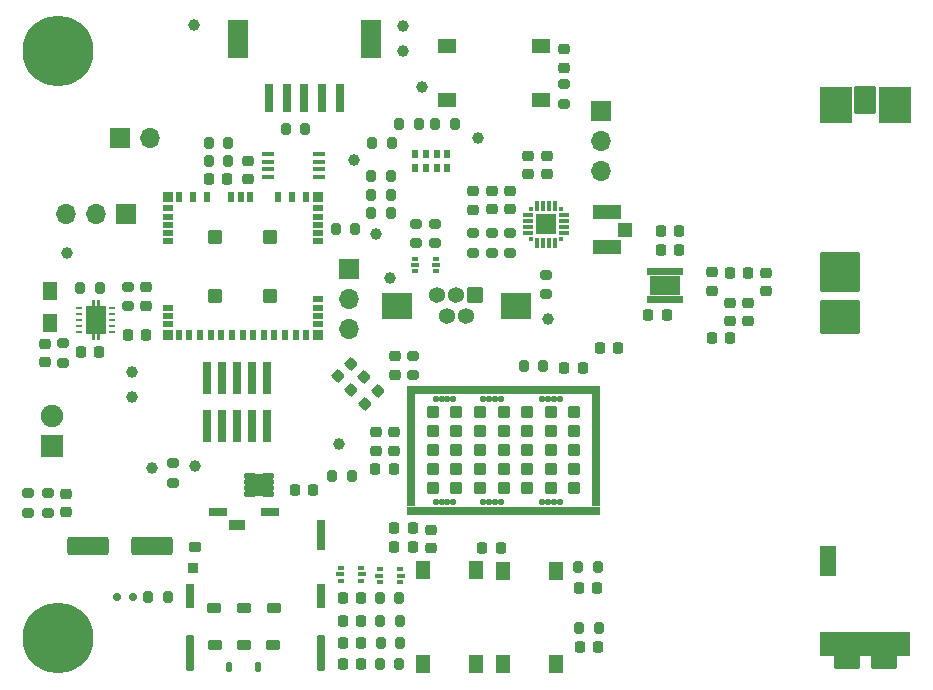
<source format=gts>
G04 #@! TF.GenerationSoftware,KiCad,Pcbnew,7.0.9*
G04 #@! TF.CreationDate,2024-02-03T12:04:45+01:00*
G04 #@! TF.ProjectId,FishIoT,46697368-496f-4542-9e6b-696361645f70,rev?*
G04 #@! TF.SameCoordinates,Original*
G04 #@! TF.FileFunction,Soldermask,Top*
G04 #@! TF.FilePolarity,Negative*
%FSLAX46Y46*%
G04 Gerber Fmt 4.6, Leading zero omitted, Abs format (unit mm)*
G04 Created by KiCad (PCBNEW 7.0.9) date 2024-02-03 12:04:45*
%MOMM*%
%LPD*%
G01*
G04 APERTURE LIST*
G04 Aperture macros list*
%AMRoundRect*
0 Rectangle with rounded corners*
0 $1 Rounding radius*
0 $2 $3 $4 $5 $6 $7 $8 $9 X,Y pos of 4 corners*
0 Add a 4 corners polygon primitive as box body*
4,1,4,$2,$3,$4,$5,$6,$7,$8,$9,$2,$3,0*
0 Add four circle primitives for the rounded corners*
1,1,$1+$1,$2,$3*
1,1,$1+$1,$4,$5*
1,1,$1+$1,$6,$7*
1,1,$1+$1,$8,$9*
0 Add four rect primitives between the rounded corners*
20,1,$1+$1,$2,$3,$4,$5,0*
20,1,$1+$1,$4,$5,$6,$7,0*
20,1,$1+$1,$6,$7,$8,$9,0*
20,1,$1+$1,$8,$9,$2,$3,0*%
%AMFreePoly0*
4,1,21,-0.125000,1.200000,0.125000,1.200000,0.125000,1.700000,0.375000,1.700000,0.375000,1.200000,0.825000,1.200000,0.825000,-1.200000,0.375000,-1.200000,0.375000,-1.700000,0.125000,-1.700000,0.125000,-1.200000,-0.125000,-1.200000,-0.125000,-1.700000,-0.375000,-1.700000,-0.375000,-1.200000,-0.825000,-1.200000,-0.825000,1.200000,-0.375000,1.200000,-0.375000,1.700000,-0.125000,1.700000,
-0.125000,1.200000,-0.125000,1.200000,$1*%
G04 Aperture macros list end*
%ADD10C,0.010000*%
%ADD11RoundRect,0.250000X-1.500000X-0.550000X1.500000X-0.550000X1.500000X0.550000X-1.500000X0.550000X0*%
%ADD12RoundRect,0.102000X0.579000X0.579000X-0.579000X0.579000X-0.579000X-0.579000X0.579000X-0.579000X0*%
%ADD13C,1.362000*%
%ADD14RoundRect,0.102000X1.200000X1.000000X-1.200000X1.000000X-1.200000X-1.000000X1.200000X-1.000000X0*%
%ADD15RoundRect,0.218750X-0.218750X-0.256250X0.218750X-0.256250X0.218750X0.256250X-0.218750X0.256250X0*%
%ADD16RoundRect,0.225000X-0.250000X0.225000X-0.250000X-0.225000X0.250000X-0.225000X0.250000X0.225000X0*%
%ADD17R,1.700000X1.700000*%
%ADD18O,1.700000X1.700000*%
%ADD19RoundRect,0.225000X0.225000X0.250000X-0.225000X0.250000X-0.225000X-0.250000X0.225000X-0.250000X0*%
%ADD20RoundRect,0.200000X0.200000X0.275000X-0.200000X0.275000X-0.200000X-0.275000X0.200000X-0.275000X0*%
%ADD21RoundRect,0.200000X-0.275000X0.200000X-0.275000X-0.200000X0.275000X-0.200000X0.275000X0.200000X0*%
%ADD22C,1.000000*%
%ADD23RoundRect,0.200000X-0.200000X-0.275000X0.200000X-0.275000X0.200000X0.275000X-0.200000X0.275000X0*%
%ADD24RoundRect,0.110100X-0.376900X-0.126900X0.376900X-0.126900X0.376900X0.126900X-0.376900X0.126900X0*%
%ADD25RoundRect,0.102000X-0.200000X-0.850000X0.200000X-0.850000X0.200000X0.850000X-0.200000X0.850000X0*%
%ADD26RoundRect,0.200000X0.275000X-0.200000X0.275000X0.200000X-0.275000X0.200000X-0.275000X-0.200000X0*%
%ADD27RoundRect,0.102000X1.575000X-1.550000X1.575000X1.550000X-1.575000X1.550000X-1.575000X-1.550000X0*%
%ADD28RoundRect,0.102000X-1.575000X1.365000X-1.575000X-1.365000X1.575000X-1.365000X1.575000X1.365000X0*%
%ADD29RoundRect,0.102000X-3.750000X-0.900000X3.750000X-0.900000X3.750000X0.900000X-3.750000X0.900000X0*%
%ADD30RoundRect,0.102000X-1.000000X-0.550000X1.000000X-0.550000X1.000000X0.550000X-1.000000X0.550000X0*%
%ADD31RoundRect,0.102000X-0.600000X1.200000X-0.600000X-1.200000X0.600000X-1.200000X0.600000X1.200000X0*%
%ADD32RoundRect,0.102000X-1.250000X1.450000X-1.250000X-1.450000X1.250000X-1.450000X1.250000X1.450000X0*%
%ADD33RoundRect,0.102000X-0.850000X1.050000X-0.850000X-1.050000X0.850000X-1.050000X0.850000X1.050000X0*%
%ADD34RoundRect,0.225000X0.250000X-0.225000X0.250000X0.225000X-0.250000X0.225000X-0.250000X-0.225000X0*%
%ADD35RoundRect,0.102000X-0.450000X-0.350000X0.450000X-0.350000X0.450000X0.350000X-0.450000X0.350000X0*%
%ADD36RoundRect,0.102000X-0.350000X-0.350000X0.350000X-0.350000X0.350000X0.350000X-0.350000X0.350000X0*%
%ADD37RoundRect,0.102000X-0.600000X-0.325000X0.600000X-0.325000X0.600000X0.325000X-0.600000X0.325000X0*%
%ADD38RoundRect,0.102000X-0.225000X-1.450000X0.225000X-1.450000X0.225000X1.450000X-0.225000X1.450000X0*%
%ADD39RoundRect,0.102000X-0.225000X-0.950000X0.225000X-0.950000X0.225000X0.950000X-0.225000X0.950000X0*%
%ADD40RoundRect,0.102000X-0.375000X-0.350000X0.375000X-0.350000X0.375000X0.350000X-0.375000X0.350000X0*%
%ADD41RoundRect,0.102000X-0.700000X-0.250000X0.700000X-0.250000X0.700000X0.250000X-0.700000X0.250000X0*%
%ADD42RoundRect,0.102000X-0.225000X-1.200000X0.225000X-1.200000X0.225000X1.200000X-0.225000X1.200000X0*%
%ADD43RoundRect,0.102000X-0.150000X-0.300000X0.150000X-0.300000X0.150000X0.300000X-0.150000X0.300000X0*%
%ADD44RoundRect,0.050800X-0.200000X0.400000X-0.200000X-0.400000X0.200000X-0.400000X0.200000X0.400000X0*%
%ADD45RoundRect,0.050800X-0.400000X-0.200000X0.400000X-0.200000X0.400000X0.200000X-0.400000X0.200000X0*%
%ADD46RoundRect,0.050800X0.200000X-0.400000X0.200000X0.400000X-0.200000X0.400000X-0.200000X-0.400000X0*%
%ADD47RoundRect,0.050800X0.400000X0.200000X-0.400000X0.200000X-0.400000X-0.200000X0.400000X-0.200000X0*%
%ADD48RoundRect,0.050800X-0.400000X0.400000X-0.400000X-0.400000X0.400000X-0.400000X0.400000X0.400000X0*%
%ADD49RoundRect,0.050800X-0.400000X-0.400000X0.400000X-0.400000X0.400000X0.400000X-0.400000X0.400000X0*%
%ADD50RoundRect,0.050800X-0.500000X-0.500000X0.500000X-0.500000X0.500000X0.500000X-0.500000X0.500000X0*%
%ADD51RoundRect,0.050800X0.500000X0.500000X-0.500000X0.500000X-0.500000X-0.500000X0.500000X-0.500000X0*%
%ADD52RoundRect,0.218750X0.218750X0.256250X-0.218750X0.256250X-0.218750X-0.256250X0.218750X-0.256250X0*%
%ADD53RoundRect,0.225000X-0.225000X-0.250000X0.225000X-0.250000X0.225000X0.250000X-0.225000X0.250000X0*%
%ADD54RoundRect,0.225000X0.017678X-0.335876X0.335876X-0.017678X-0.017678X0.335876X-0.335876X0.017678X0*%
%ADD55RoundRect,0.218750X-0.256250X0.218750X-0.256250X-0.218750X0.256250X-0.218750X0.256250X0.218750X0*%
%ADD56RoundRect,0.150000X0.150000X0.200000X-0.150000X0.200000X-0.150000X-0.200000X0.150000X-0.200000X0*%
%ADD57R,0.500000X0.800000*%
%ADD58R,1.200000X1.500000*%
%ADD59RoundRect,0.218750X0.256250X-0.218750X0.256250X0.218750X-0.256250X0.218750X-0.256250X-0.218750X0*%
%ADD60R,1.300000X1.550000*%
%ADD61R,1.100000X0.400000*%
%ADD62R,0.500000X0.375000*%
%ADD63R,0.650000X0.300000*%
%ADD64R,0.600000X0.240000*%
%ADD65FreePoly0,0.000000*%
%ADD66R,1.550000X1.300000*%
%ADD67C,0.800000*%
%ADD68C,6.000000*%
%ADD69R,0.800000X2.400000*%
%ADD70R,1.800000X3.300000*%
%ADD71R,0.740000X2.795000*%
%ADD72RoundRect,0.102000X0.525000X-0.500000X0.525000X0.500000X-0.525000X0.500000X-0.525000X-0.500000X0*%
%ADD73RoundRect,0.102000X1.100000X-0.525000X1.100000X0.525000X-1.100000X0.525000X-1.100000X-0.525000X0*%
%ADD74RoundRect,0.102000X-0.270000X-0.270000X0.270000X-0.270000X0.270000X0.270000X-0.270000X0.270000X0*%
%ADD75RoundRect,0.102000X-0.270000X-0.150000X0.270000X-0.150000X0.270000X0.150000X-0.270000X0.150000X0*%
%ADD76RoundRect,0.102000X-0.150000X-0.270000X0.150000X-0.270000X0.150000X0.270000X-0.150000X0.270000X0*%
%ADD77RoundRect,0.102000X-0.400000X-0.400000X0.400000X-0.400000X0.400000X0.400000X-0.400000X0.400000X0*%
%ADD78RoundRect,0.102000X-0.150000X-0.150000X0.150000X-0.150000X0.150000X0.150000X-0.150000X0.150000X0*%
%ADD79R,0.300000X0.300000*%
%ADD80R,0.300000X0.900000*%
%ADD81R,0.900000X0.300000*%
%ADD82R,1.800000X1.800000*%
%ADD83RoundRect,0.076200X-0.877500X0.877500X-0.877500X-0.877500X0.877500X-0.877500X0.877500X0.877500X0*%
%ADD84C,1.907400*%
G04 APERTURE END LIST*
D10*
X220464200Y-78378600D02*
X219849200Y-78378600D01*
X219849200Y-77853600D01*
X220464200Y-77853600D01*
X220464200Y-78378600D01*
G36*
X220464200Y-78378600D02*
G01*
X219849200Y-78378600D01*
X219849200Y-77853600D01*
X220464200Y-77853600D01*
X220464200Y-78378600D01*
G37*
X219700700Y-78378600D02*
X219325700Y-78378600D01*
X219325700Y-77853600D01*
X219700700Y-77853600D01*
X219700700Y-78378600D01*
G36*
X219700700Y-78378600D02*
G01*
X219325700Y-78378600D01*
X219325700Y-77853600D01*
X219700700Y-77853600D01*
X219700700Y-78378600D01*
G37*
X219200700Y-78378600D02*
X218825700Y-78378600D01*
X218825700Y-77853600D01*
X219200700Y-77853600D01*
X219200700Y-78378600D01*
G36*
X219200700Y-78378600D02*
G01*
X218825700Y-78378600D01*
X218825700Y-77853600D01*
X219200700Y-77853600D01*
X219200700Y-78378600D01*
G37*
X218700700Y-78378600D02*
X218325700Y-78378600D01*
X218325700Y-77853600D01*
X218700700Y-77853600D01*
X218700700Y-78378600D01*
G36*
X218700700Y-78378600D02*
G01*
X218325700Y-78378600D01*
X218325700Y-77853600D01*
X218700700Y-77853600D01*
X218700700Y-78378600D01*
G37*
X218177200Y-78378600D02*
X217562200Y-78378600D01*
X217562200Y-77853600D01*
X218177200Y-77853600D01*
X218177200Y-78378600D01*
G36*
X218177200Y-78378600D02*
G01*
X217562200Y-78378600D01*
X217562200Y-77853600D01*
X218177200Y-77853600D01*
X218177200Y-78378600D01*
G37*
X220263200Y-80078600D02*
X217763200Y-80078600D01*
X217763200Y-78528600D01*
X220263200Y-78528600D01*
X220263200Y-80078600D01*
G36*
X220263200Y-80078600D02*
G01*
X217763200Y-80078600D01*
X217763200Y-78528600D01*
X220263200Y-78528600D01*
X220263200Y-80078600D01*
G37*
X220464200Y-80753600D02*
X219849200Y-80753600D01*
X219849200Y-80228600D01*
X220464200Y-80228600D01*
X220464200Y-80753600D01*
G36*
X220464200Y-80753600D02*
G01*
X219849200Y-80753600D01*
X219849200Y-80228600D01*
X220464200Y-80228600D01*
X220464200Y-80753600D01*
G37*
X219700700Y-80753600D02*
X219325700Y-80753600D01*
X219325700Y-80228600D01*
X219700700Y-80228600D01*
X219700700Y-80753600D01*
G36*
X219700700Y-80753600D02*
G01*
X219325700Y-80753600D01*
X219325700Y-80228600D01*
X219700700Y-80228600D01*
X219700700Y-80753600D01*
G37*
X219200700Y-80753600D02*
X218825700Y-80753600D01*
X218825700Y-80228600D01*
X219200700Y-80228600D01*
X219200700Y-80753600D01*
G36*
X219200700Y-80753600D02*
G01*
X218825700Y-80753600D01*
X218825700Y-80228600D01*
X219200700Y-80228600D01*
X219200700Y-80753600D01*
G37*
X218700700Y-80753600D02*
X218325700Y-80753600D01*
X218325700Y-80228600D01*
X218700700Y-80228600D01*
X218700700Y-80753600D01*
G36*
X218700700Y-80753600D02*
G01*
X218325700Y-80753600D01*
X218325700Y-80228600D01*
X218700700Y-80228600D01*
X218700700Y-80753600D01*
G37*
X218177200Y-80753600D02*
X217562200Y-80753600D01*
X217562200Y-80228600D01*
X218177200Y-80228600D01*
X218177200Y-80753600D01*
G36*
X218177200Y-80753600D02*
G01*
X217562200Y-80753600D01*
X217562200Y-80228600D01*
X218177200Y-80228600D01*
X218177200Y-80753600D01*
G37*
D11*
X170223200Y-101371400D03*
X175623200Y-101371400D03*
D12*
X202983000Y-80154200D03*
D13*
X202183000Y-81954200D03*
X201383000Y-80154200D03*
X200583000Y-81954200D03*
X199783000Y-80154200D03*
D14*
X206433000Y-81054200D03*
X196333000Y-81054200D03*
D15*
X191762500Y-107725588D03*
X193337500Y-107725588D03*
D16*
X166522400Y-84264200D03*
X166522400Y-85814200D03*
D17*
X192328800Y-77978000D03*
D18*
X192328800Y-80518000D03*
X192328800Y-83058000D03*
D19*
X213375000Y-109950000D03*
X211825000Y-109950000D03*
D20*
X208725000Y-86150000D03*
X207075000Y-86150000D03*
D21*
X177400000Y-94375000D03*
X177400000Y-96025000D03*
D22*
X191450000Y-92800000D03*
X173939200Y-86664800D03*
D16*
X204373000Y-71354200D03*
X204373000Y-72904200D03*
D19*
X197675000Y-99900000D03*
X196125000Y-99900000D03*
D23*
X194198000Y-71654200D03*
X195848000Y-71654200D03*
D24*
X183875000Y-95475000D03*
X183875000Y-95975000D03*
X183875000Y-96475000D03*
X183875000Y-96975000D03*
X185435000Y-96975000D03*
X185435000Y-96475000D03*
X185435000Y-95975000D03*
X185435000Y-95475000D03*
D25*
X184655000Y-96225000D03*
D22*
X209169000Y-82169000D03*
D26*
X210473000Y-63964200D03*
X210473000Y-62314200D03*
D23*
X194900000Y-111350000D03*
X196550000Y-111350000D03*
D16*
X199200000Y-100025000D03*
X199200000Y-101575000D03*
D26*
X199543721Y-75779200D03*
X199543721Y-74129200D03*
D15*
X191762500Y-111350000D03*
X193337500Y-111350000D03*
X191762500Y-105825588D03*
X193337500Y-105825588D03*
D16*
X168376600Y-96989600D03*
X168376600Y-98539600D03*
D15*
X191762500Y-109572218D03*
X193337500Y-109572218D03*
D22*
X194589400Y-75006200D03*
D23*
X194198000Y-73204200D03*
X195848000Y-73204200D03*
X169545400Y-79528000D03*
X171195400Y-79528000D03*
X191173600Y-74523600D03*
X192823600Y-74523600D03*
D27*
X233832400Y-78232000D03*
D28*
X233832400Y-82047000D03*
D29*
X236007400Y-109682000D03*
D30*
X237557400Y-111132000D03*
X234457400Y-111132000D03*
D31*
X232857400Y-102632000D03*
D32*
X238507400Y-64032000D03*
D33*
X236007400Y-63632000D03*
D32*
X233507400Y-64032000D03*
D34*
X196100000Y-93325000D03*
X196100000Y-91775000D03*
D35*
X185826400Y-109790000D03*
X183386400Y-109790000D03*
X180946400Y-109790000D03*
X185926400Y-106620000D03*
X183386400Y-106620000D03*
X180846400Y-106620000D03*
D36*
X179116400Y-103290000D03*
D37*
X182836400Y-99615000D03*
D38*
X178791400Y-110490000D03*
D39*
X178791400Y-105640000D03*
D40*
X179291400Y-101490000D03*
D41*
X181186400Y-98540000D03*
X185586400Y-98540000D03*
D42*
X189941400Y-100490000D03*
D39*
X189941400Y-105640000D03*
D38*
X189941400Y-110490000D03*
D43*
X184606400Y-111640000D03*
X182166400Y-111640000D03*
D19*
X175108200Y-83496200D03*
X173558200Y-83496200D03*
D20*
X213425000Y-108350000D03*
X211775000Y-108350000D03*
D44*
X177886400Y-83566000D03*
X178786400Y-83566000D03*
X179686400Y-83566000D03*
X180586400Y-83566000D03*
X181486400Y-83566000D03*
X182386400Y-83566000D03*
X183286400Y-83566000D03*
X184186400Y-83566000D03*
X185086400Y-83566000D03*
X185986400Y-83566000D03*
X186886400Y-83566000D03*
X187786410Y-83566000D03*
X188686410Y-83566000D03*
D45*
X189636400Y-82616000D03*
X189636400Y-81916000D03*
X189636400Y-81216000D03*
X189636400Y-80516000D03*
X189636400Y-75616000D03*
X189636400Y-74916000D03*
X189636400Y-74216000D03*
X189636400Y-73516000D03*
X189636400Y-72816000D03*
D44*
X188686400Y-71866000D03*
X187486400Y-71866000D03*
X186286400Y-71866000D03*
X183936290Y-71866000D03*
X183136120Y-71866000D03*
X182336290Y-71866000D03*
D46*
X180286400Y-71866000D03*
X179086400Y-71866000D03*
X177886400Y-71866000D03*
D47*
X176936390Y-72816000D03*
X176936390Y-73516000D03*
X176936390Y-74216000D03*
X176936390Y-74916000D03*
X176936390Y-75616000D03*
D45*
X176936510Y-81216090D03*
X176936510Y-81916090D03*
X176936510Y-82616080D03*
D48*
X176936390Y-83566000D03*
D49*
X189636400Y-83566000D03*
X189636400Y-71866000D03*
X176936390Y-71866000D03*
D50*
X180986400Y-75216000D03*
X180986400Y-80216000D03*
D51*
X185586400Y-75216000D03*
X185586400Y-80216000D03*
D19*
X197675000Y-101500000D03*
X196125000Y-101500000D03*
D52*
X219187800Y-81865700D03*
X217612800Y-81865700D03*
D53*
X218717400Y-76328500D03*
X220267400Y-76328500D03*
D16*
X209073000Y-68379200D03*
X209073000Y-69929200D03*
D23*
X194925000Y-107725588D03*
X196575000Y-107725588D03*
D54*
X193651992Y-89348008D03*
X194748008Y-88251992D03*
D55*
X202823000Y-71341700D03*
X202823000Y-72916700D03*
D22*
X196855600Y-59471600D03*
X192684400Y-68681600D03*
X198455600Y-62571600D03*
D56*
X172629600Y-105740200D03*
X174029600Y-105740200D03*
D16*
X226092370Y-80798188D03*
X226092370Y-82348188D03*
D57*
X200623000Y-68204200D03*
X199723000Y-68204200D03*
X198823000Y-68204200D03*
X197923000Y-68204200D03*
X197923000Y-69404200D03*
X198823000Y-69404200D03*
X199723000Y-69404200D03*
X200623000Y-69404200D03*
D34*
X183755600Y-70364600D03*
X183755600Y-68814600D03*
D23*
X196548000Y-65654200D03*
X198198000Y-65654200D03*
D58*
X166979600Y-79798000D03*
X166979600Y-82498000D03*
D59*
X227590750Y-79822410D03*
X227590750Y-78247410D03*
D19*
X215112195Y-84674503D03*
X213562195Y-84674503D03*
D60*
X198550000Y-111400000D03*
X198550000Y-103450000D03*
X203050000Y-111400000D03*
X203050000Y-103450000D03*
D22*
X168402000Y-76631800D03*
D55*
X196200000Y-85337500D03*
X196200000Y-86912500D03*
D53*
X224520244Y-78280347D03*
X226070244Y-78280347D03*
D16*
X205923000Y-71354200D03*
X205923000Y-72904200D03*
D23*
X190875000Y-95500000D03*
X192525000Y-95500000D03*
D61*
X189754400Y-70146600D03*
X189754400Y-69496600D03*
X189754400Y-68846600D03*
X189754400Y-68196600D03*
X185454400Y-68196600D03*
X185454400Y-68846600D03*
X185454400Y-69496600D03*
X185454400Y-70146600D03*
D60*
X209850000Y-103475000D03*
X209850000Y-111425000D03*
X205350000Y-103475000D03*
X205350000Y-111425000D03*
D62*
X191650000Y-103275000D03*
D63*
X191575000Y-103812500D03*
D62*
X191650000Y-104350000D03*
X193350000Y-104350000D03*
D63*
X193425000Y-103812500D03*
D62*
X193350000Y-103275000D03*
D26*
X198003000Y-75779200D03*
X198003000Y-74129200D03*
D22*
X173964600Y-88773000D03*
X196855600Y-57371600D03*
D64*
X169440400Y-81276200D03*
X169440400Y-81776200D03*
X169440400Y-82276200D03*
X169440400Y-82776200D03*
X169440400Y-83276200D03*
X172240400Y-83276200D03*
X172240400Y-82776200D03*
X172240400Y-82276200D03*
X172240400Y-81776200D03*
X172240400Y-81276200D03*
D65*
X170840400Y-82276200D03*
D66*
X208548000Y-63604200D03*
X200598000Y-63604200D03*
X208548000Y-59104200D03*
X200598000Y-59104200D03*
D53*
X180455600Y-70339600D03*
X182005600Y-70339600D03*
D67*
X165378350Y-59525000D03*
X166037360Y-57934010D03*
X166037360Y-61115990D03*
X167628350Y-57275000D03*
D68*
X167628350Y-59525000D03*
D67*
X167628350Y-61775000D03*
X169219340Y-57934010D03*
X169219340Y-61115990D03*
X169878350Y-59525000D03*
D17*
X173441600Y-73329800D03*
D18*
X170901600Y-73329800D03*
X168361600Y-73329800D03*
D23*
X194198000Y-70099200D03*
X195848000Y-70099200D03*
D34*
X175107600Y-81052000D03*
X175107600Y-79502000D03*
D23*
X186930600Y-66071600D03*
X188580600Y-66071600D03*
D22*
X203223000Y-66854200D03*
D69*
X185516000Y-63500000D03*
X187016000Y-63500000D03*
X188516000Y-63500000D03*
X190016000Y-63500000D03*
X191516000Y-63500000D03*
D70*
X182916000Y-58450000D03*
X194116000Y-58450000D03*
D62*
X197923000Y-77079200D03*
D63*
X197848000Y-77616700D03*
D62*
X197923000Y-78154200D03*
X199623000Y-78154200D03*
D63*
X199698000Y-77616700D03*
D62*
X199623000Y-77079200D03*
D53*
X222999000Y-83820000D03*
X224549000Y-83820000D03*
D21*
X173583600Y-79453000D03*
X173583600Y-81103000D03*
D26*
X197750000Y-86950000D03*
X197750000Y-85300000D03*
D22*
X179200000Y-57300000D03*
D54*
X192503984Y-88196016D03*
X193600000Y-87100000D03*
D20*
X182055600Y-67271600D03*
X180405600Y-67271600D03*
D19*
X205125000Y-101550000D03*
X203575000Y-101550000D03*
D23*
X175318200Y-105740200D03*
X176968200Y-105740200D03*
D21*
X168046400Y-84214200D03*
X168046400Y-85864200D03*
D53*
X210540000Y-86360000D03*
X212090000Y-86360000D03*
D20*
X213375000Y-103200000D03*
X211725000Y-103200000D03*
D55*
X210473000Y-59316700D03*
X210473000Y-60891700D03*
D54*
X191351992Y-87048008D03*
X192448008Y-85951992D03*
D23*
X195000000Y-109572218D03*
X196650000Y-109572218D03*
D26*
X204373000Y-76579200D03*
X204373000Y-74929200D03*
D19*
X189275000Y-96700000D03*
X187725000Y-96700000D03*
D22*
X195783200Y-78689200D03*
D26*
X202823000Y-76579200D03*
X202823000Y-74929200D03*
X205923000Y-76579200D03*
X205923000Y-74929200D03*
D23*
X194900000Y-105825588D03*
X196550000Y-105825588D03*
D53*
X218717400Y-74753700D03*
X220267400Y-74753700D03*
D71*
X185318400Y-87171800D03*
X185318400Y-91236800D03*
X184048400Y-87171800D03*
X184048400Y-91236800D03*
X182778400Y-87171800D03*
X182778400Y-91236800D03*
X181508400Y-87171800D03*
X181508400Y-91236800D03*
X180238400Y-87171800D03*
X180238400Y-91236800D03*
D22*
X175600000Y-94800000D03*
D20*
X195898000Y-67259200D03*
X194248000Y-67259200D03*
D67*
X165378350Y-109175000D03*
X166037360Y-107584010D03*
X166037360Y-110765990D03*
X167628350Y-106925000D03*
D68*
X167628350Y-109175000D03*
D67*
X167628350Y-111425000D03*
X169219340Y-107584010D03*
X169219340Y-110765990D03*
X169878350Y-109175000D03*
D21*
X165125400Y-96939600D03*
X165125400Y-98589600D03*
D72*
X215696800Y-74625200D03*
D73*
X214171800Y-76100200D03*
X214171800Y-73150200D03*
D59*
X223012000Y-79807000D03*
X223012000Y-78232000D03*
D74*
X197508800Y-88174000D03*
D75*
X197508800Y-88794000D03*
X197508800Y-89294000D03*
X197508800Y-89794000D03*
X197508800Y-90294000D03*
X197508800Y-90794000D03*
X197508800Y-91294000D03*
X197508800Y-91794000D03*
X197508800Y-92294000D03*
X197508800Y-92794000D03*
X197508800Y-93294000D03*
X197508800Y-93794000D03*
X197508800Y-94294000D03*
X197508800Y-94794000D03*
X197508800Y-95294000D03*
X197508800Y-95794000D03*
X197508800Y-96294000D03*
X197508800Y-96794000D03*
X197508800Y-97294000D03*
X197508800Y-97794000D03*
D74*
X197508800Y-98414000D03*
D76*
X198128800Y-98414000D03*
X198628800Y-98414000D03*
X199128800Y-98414000D03*
X199628800Y-98414000D03*
X200128800Y-98414000D03*
X200628800Y-98414000D03*
X201128800Y-98414000D03*
X201628800Y-98414000D03*
X202128800Y-98414000D03*
X202628800Y-98414000D03*
X203128800Y-98414000D03*
X203628800Y-98414000D03*
X204128800Y-98414000D03*
X204628800Y-98414000D03*
X205128800Y-98414000D03*
X205628800Y-98414000D03*
X206128800Y-98414000D03*
X206628800Y-98414000D03*
X207128800Y-98414000D03*
X207628800Y-98414000D03*
X208128800Y-98414000D03*
X208628800Y-98414000D03*
X209128800Y-98414000D03*
X209628800Y-98414000D03*
X210128800Y-98414000D03*
X210628800Y-98414000D03*
X211128800Y-98414000D03*
X211628800Y-98414000D03*
X212128800Y-98414000D03*
X212628800Y-98414000D03*
D74*
X213248800Y-98414000D03*
D75*
X213248800Y-97794000D03*
X213248800Y-97294000D03*
X213248800Y-96794000D03*
X213248800Y-96294000D03*
X213248800Y-95794000D03*
X213248800Y-95294000D03*
X213248800Y-94794000D03*
X213248800Y-94294000D03*
X213248800Y-93794000D03*
X213248800Y-93294000D03*
X213248800Y-92794000D03*
X213248800Y-92294000D03*
X213248800Y-91794000D03*
X213248800Y-91294000D03*
X213248800Y-90794000D03*
X213248800Y-90294000D03*
X213248800Y-89794000D03*
X213248800Y-89294000D03*
X213248800Y-88794000D03*
D74*
X213248800Y-88174000D03*
D76*
X212628800Y-88174000D03*
X212128800Y-88174000D03*
X211628800Y-88174000D03*
X211128800Y-88174000D03*
X210628800Y-88174000D03*
X210128800Y-88174000D03*
X209628800Y-88174000D03*
X209128800Y-88174000D03*
X208628800Y-88174000D03*
X208128800Y-88174000D03*
X207628800Y-88174000D03*
X207128800Y-88174000D03*
X206628800Y-88174000D03*
X206128800Y-88174000D03*
X205628800Y-88174000D03*
X205128800Y-88174000D03*
X204628800Y-88174000D03*
X204128800Y-88174000D03*
X203628800Y-88174000D03*
X203128800Y-88174000D03*
X202628800Y-88174000D03*
X202128800Y-88174000D03*
X201628800Y-88174000D03*
X201128800Y-88174000D03*
X200628800Y-88174000D03*
X200128800Y-88174000D03*
X199628800Y-88174000D03*
X199128800Y-88174000D03*
X198628800Y-88174000D03*
X198128800Y-88174000D03*
D77*
X199378800Y-90094000D03*
X201378800Y-90094000D03*
X203378800Y-90094000D03*
X205378800Y-90094000D03*
X207378800Y-90094000D03*
X209378800Y-90094000D03*
X211378800Y-90094000D03*
X199378800Y-91694000D03*
X201378800Y-91694000D03*
X203378800Y-91694000D03*
X205378800Y-91694000D03*
X207378800Y-91694000D03*
X209378800Y-91694000D03*
X211378800Y-91694000D03*
X199378800Y-93294000D03*
X201378800Y-93294000D03*
X203378800Y-93294000D03*
X205378800Y-93294000D03*
X207378800Y-93294000D03*
X209378800Y-93294000D03*
X211378800Y-93294000D03*
X199378800Y-94894000D03*
X201378800Y-94894000D03*
X203378800Y-94894000D03*
X205378800Y-94894000D03*
X207378800Y-94894000D03*
X209378800Y-94894000D03*
X211378800Y-94894000D03*
X199378800Y-96494000D03*
X201378800Y-96494000D03*
X203378800Y-96494000D03*
X205378800Y-96494000D03*
X207378800Y-96494000D03*
X209378800Y-96494000D03*
X211378800Y-96494000D03*
D78*
X199628800Y-97644000D03*
X200128800Y-97644000D03*
X200628800Y-97644000D03*
X201128800Y-97644000D03*
X203628800Y-97644000D03*
X204128800Y-97644000D03*
X204628800Y-97644000D03*
X205128800Y-97644000D03*
X208628800Y-97644000D03*
X209128800Y-97644000D03*
X209628800Y-97644000D03*
X210128800Y-97644000D03*
X210128800Y-88944000D03*
X209628800Y-88944000D03*
X209128800Y-88944000D03*
X208628800Y-88944000D03*
X205128800Y-88944000D03*
X204628800Y-88944000D03*
X204128800Y-88944000D03*
X203628800Y-88944000D03*
X201128800Y-88944000D03*
X200628800Y-88944000D03*
X200128800Y-88944000D03*
X199628800Y-88944000D03*
D79*
X210223000Y-72904200D03*
D80*
X209723000Y-72604200D03*
X209223000Y-72604200D03*
X208723000Y-72604200D03*
X208223000Y-72604200D03*
D79*
X207723000Y-72904200D03*
D81*
X207423000Y-73404200D03*
X207423000Y-73904200D03*
X207423000Y-74404200D03*
X207423000Y-74904200D03*
D79*
X207723000Y-75404200D03*
D80*
X208223000Y-75704200D03*
X208723000Y-75704200D03*
X209223000Y-75704200D03*
X209723000Y-75704200D03*
D79*
X210223000Y-75404200D03*
D81*
X210523000Y-74904200D03*
X210523000Y-74404200D03*
X210523000Y-73904200D03*
X210523000Y-73404200D03*
D82*
X208973000Y-74154200D03*
D17*
X213614000Y-64566800D03*
D18*
X213614000Y-67106800D03*
X213614000Y-69646800D03*
D53*
X194525000Y-94850000D03*
X196075000Y-94850000D03*
D83*
X167168350Y-92964000D03*
D84*
X167168350Y-90424000D03*
D16*
X207453000Y-68379200D03*
X207453000Y-69929200D03*
D62*
X194900000Y-103362500D03*
D63*
X194825000Y-103900000D03*
D62*
X194900000Y-104437500D03*
X196600000Y-104437500D03*
D63*
X196675000Y-103900000D03*
D62*
X196600000Y-103362500D03*
D17*
X172897800Y-66825000D03*
D18*
X175437800Y-66825000D03*
D23*
X180405600Y-68795600D03*
X182055600Y-68795600D03*
D22*
X179250000Y-94650000D03*
D34*
X194550000Y-93325000D03*
X194550000Y-91775000D03*
D26*
X166801800Y-98589600D03*
X166801800Y-96939600D03*
D19*
X213325000Y-104950000D03*
X211775000Y-104950000D03*
X171158200Y-85013800D03*
X169608200Y-85013800D03*
D21*
X208973000Y-78429200D03*
X208973000Y-80079200D03*
D16*
X224544608Y-80798188D03*
X224544608Y-82348188D03*
D23*
X199593000Y-65654200D03*
X201243000Y-65654200D03*
M02*

</source>
